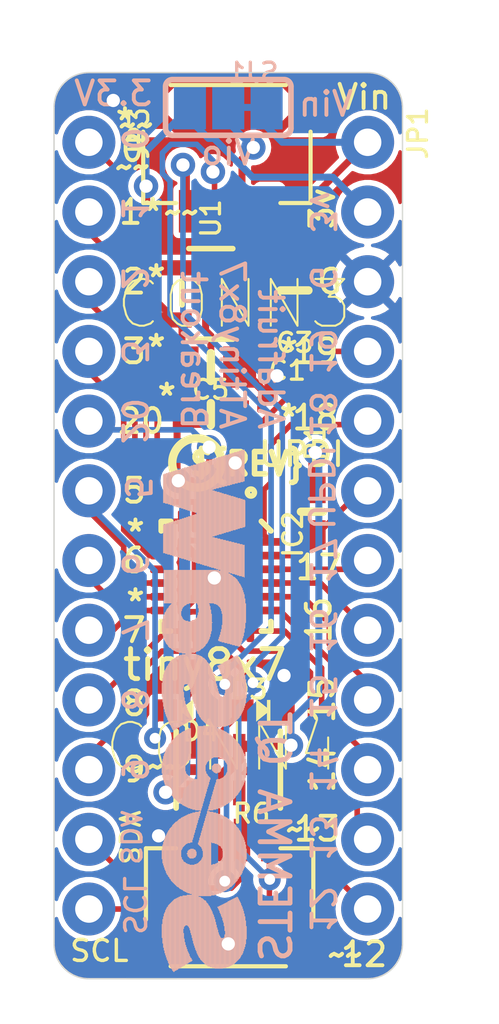
<source format=kicad_pcb>
(kicad_pcb (version 20221018) (generator pcbnew)
  (layers (0 "F.Cu" signal) (31 "B.Cu" signal) (34 "B.Paste" user) (35 "F.Paste" user) (36 "B.SilkS" user "B.Silkscreen") (37 "F.SilkS" user "F.Silkscreen") (38 "B.Mask" user) (39 "F.Mask" user) (44 "Edge.Cuts" user))
  (net 0 "")
  (net 1 "GND")
  (net 2 "3.3V")
  (net 3 "SDA")
  (net 4 "SCL")
  (net 5 "17")
  (net 6 "15")
  (net 7 "12")
  (net 8 "13")
  (net 9 "VCC")
  (net 10 "N$1")
  (net 11 "16")
  (net 12 "5")
  (net 13 "UPDI")
  (net 14 "N$4")
  (net 15 "14")
  (net 16 "6")
  (net 17 "7")
  (net 18 "RXD")
  (net 19 "TXD")
  (net 20 "18")
  (net 21 "19")
  (net 22 "20")
  (net 23 "0")
  (net 24 "1")
  (net 25 "2")
  (net 26 "3")
  (net 27 "VIN")
  (net 28 "N$2")
  (footprint "working:0603-NO" (layer "F.Cu") (at 147.8661 100.9396)
    (fp_text reference "C5" (at -0.762004 -0.888996) (layer "F.SilkS") (effects (font (size 0.692831 0.692831) (thickness 0.119969)) (justify left)))
    (fp_text value "0.1uF")
    (pad "1" smd rect (at -0.85 0) (size 1.075 1) (layers "F.Cu" "F.Paste" "F.Mask") (net 9 "VCC"))
    (pad "2" smd rect (at 0.85 0) (size 1.075 1) (layers "F.Cu" "F.Paste" "F.Mask") (net 1 "GND"))
  )
  (footprint "working:SOT23-5" (layer "F.Cu") (at 147.8661 96.5581 90)
    (fp_text reference "U1" (at 1.978 0 90) (layer "F.SilkS") (effects (font (size 0.692831 0.692831) (thickness 0.119969)) (justify left)))
    (fp_text value "ap2112")
    (pad "1" smd rect (at -0.95 1.3001 90) (size 0.55 1.2) (layers "F.Cu" "F.Paste" "F.Mask") (net 27 "VIN"))
    (pad "2" smd rect (at 0 1.3001 90) (size 0.55 1.2) (layers "F.Cu" "F.Paste" "F.Mask") (net 1 "GND"))
    (pad "3" smd rect (at 0.95 1.3001 90) (size 0.55 1.2) (layers "F.Cu" "F.Paste" "F.Mask") (net 27 "VIN"))
    (pad "4" smd rect (at 0.95 -1.3001 90) (size 0.55 1.2) (layers "F.Cu" "F.Paste" "F.Mask"))
    (pad "5" smd rect (at -0.95 -1.3001 90) (size 0.55 1.2) (layers "F.Cu" "F.Paste" "F.Mask") (net 2 "3.3V"))
  )
  (footprint "working:1X12_ROUND_76MIL" (layer "F.Cu") (at 143.4211 105.0036 -90)
    (fp_text reference "JP3" (at -15.3162 -1.8288 90) (layer "F.SilkS") (effects (font (size 0.692831 0.692831) (thickness 0.119969)) (justify right)))
    (fp_text value "")
    (pad "1" thru_hole circle (at -13.97 0) (size 1.9304 1.9304) (drill 1) (layers "*.Cu" "*.Mask") (net 23 "0"))
    (pad "2" thru_hole circle (at -11.43 0) (size 1.9304 1.9304) (drill 1) (layers "*.Cu" "*.Mask") (net 24 "1"))
    (pad "3" thru_hole circle (at -8.89 0) (size 1.9304 1.9304) (drill 1) (layers "*.Cu" "*.Mask") (net 25 "2"))
    (pad "4" thru_hole circle (at -6.35 0) (size 1.9304 1.9304) (drill 1) (layers "*.Cu" "*.Mask") (net 26 "3"))
    (pad "5" thru_hole circle (at -3.81 0) (size 1.9304 1.9304) (drill 1) (layers "*.Cu" "*.Mask") (net 22 "20"))
    (pad "6" thru_hole circle (at -1.27 0) (size 1.9304 1.9304) (drill 1) (layers "*.Cu" "*.Mask") (net 12 "5"))
    (pad "7" thru_hole circle (at 1.27 0) (size 1.9304 1.9304) (drill 1) (layers "*.Cu" "*.Mask") (net 16 "6"))
    (pad "8" thru_hole circle (at 3.81 0) (size 1.9304 1.9304) (drill 1) (layers "*.Cu" "*.Mask") (net 17 "7"))
    (pad "9" thru_hole circle (at 6.35 0) (size 1.9304 1.9304) (drill 1) (layers "*.Cu" "*.Mask") (net 18 "RXD"))
    (pad "10" thru_hole circle (at 8.89 0) (size 1.9304 1.9304) (drill 1) (layers "*.Cu" "*.Mask") (net 19 "TXD"))
    (pad "11" thru_hole circle (at 11.43 0) (size 1.9304 1.9304) (drill 1) (layers "*.Cu" "*.Mask") (net 3 "SDA"))
    (pad "12" thru_hole circle (at 13.97 0) (size 1.9304 1.9304) (drill 1) (layers "*.Cu" "*.Mask") (net 4 "SCL"))
  )
  (footprint "working:0805_10MGAP" (layer "F.Cu") (at 147.8661 99.2251)
    (fp_text reference "C1" (at 2.032 0.127) (layer "F.SilkS") (effects (font (size 0.692831 0.692831) (thickness 0.119969)) (justify left)))
    (fp_text value "10uF")
    (pad "1" smd rect (at -1.05 0) (size 1.2 1.5) (layers "F.Cu" "F.Paste" "F.Mask") (net 2 "3.3V"))
    (pad "2" smd rect (at 1.05 0) (size 1.2 1.5) (layers "F.Cu" "F.Paste" "F.Mask") (net 1 "GND"))
  )
  (footprint "working:RESPACK_4X0603" (layer "F.Cu") (at 148.5011 113.8936 180)
    (fp_text reference "R6" (at -1.6 -1.6) (layer "F.SilkS") (effects (font (size 0.692831 0.692831) (thickness 0.119969)) (justify right)))
    (fp_text value "10K")
    (pad "1" smd rect (at -1.3 0.85 180) (size 0.45 0.9) (layers "F.Cu" "F.Paste" "F.Mask") (net 9 "VCC"))
    (pad "2" smd rect (at -0.4 0.85 180) (size 0.45 0.9) (layers "F.Cu" "F.Paste" "F.Mask") (net 9 "VCC"))
    (pad "3" smd rect (at 0.4 0.85 180) (size 0.45 0.9) (layers "F.Cu" "F.Paste" "F.Mask") (net 10 "N$1"))
    (pad "4" smd rect (at 1.3 0.85 180) (size 0.45 0.9) (layers "F.Cu" "F.Paste" "F.Mask") (net 14 "N$4"))
    (pad "5" smd rect (at 1.3 -0.85 180) (size 0.45 0.9) (layers "F.Cu" "F.Paste" "F.Mask") (net 9 "VCC"))
    (pad "6" smd rect (at 0.4 -0.85 180) (size 0.45 0.9) (layers "F.Cu" "F.Paste" "F.Mask") (net 9 "VCC"))
    (pad "7" smd rect (at -0.4 -0.85 180) (size 0.45 0.9) (layers "F.Cu" "F.Paste" "F.Mask") (net 3 "SDA"))
    (pad "8" smd rect (at -1.3 -0.85 180) (size 0.45 0.9) (layers "F.Cu" "F.Paste" "F.Mask") (net 4 "SCL"))
  )
  (footprint "working:1X12_ROUND_76MIL" (layer "F.Cu") (at 153.5811 105.0036 -90)
    (fp_text reference "JP1" (at -15.3162 -1.8288 90) (layer "F.SilkS") (effects (font (size 0.692831 0.692831) (thickness 0.119969)) (justify right)))
    (fp_text value "")
    (pad "1" thru_hole circle (at -13.97 0) (size 1.9304 1.9304) (drill 1) (layers "*.Cu" "*.Mask") (net 27 "VIN"))
    (pad "2" thru_hole circle (at -11.43 0) (size 1.9304 1.9304) (drill 1) (layers "*.Cu" "*.Mask") (net 2 "3.3V"))
    (pad "3" thru_hole circle (at -8.89 0) (size 1.9304 1.9304) (drill 1) (layers "*.Cu" "*.Mask") (net 1 "GND"))
    (pad "4" thru_hole circle (at -6.35 0) (size 1.9304 1.9304) (drill 1) (layers "*.Cu" "*.Mask") (net 21 "19"))
    (pad "5" thru_hole circle (at -3.81 0) (size 1.9304 1.9304) (drill 1) (layers "*.Cu" "*.Mask") (net 20 "18"))
    (pad "6" thru_hole circle (at -1.27 0) (size 1.9304 1.9304) (drill 1) (layers "*.Cu" "*.Mask") (net 13 "UPDI"))
    (pad "7" thru_hole circle (at 1.27 0) (size 1.9304 1.9304) (drill 1) (layers "*.Cu" "*.Mask") (net 5 "17"))
    (pad "8" thru_hole circle (at 3.81 0) (size 1.9304 1.9304) (drill 1) (layers "*.Cu" "*.Mask") (net 11 "16"))
    (pad "9" thru_hole circle (at 6.35 0) (size 1.9304 1.9304) (drill 1) (layers "*.Cu" "*.Mask") (net 6 "15"))
    (pad "10" thru_hole circle (at 8.89 0) (size 1.9304 1.9304) (drill 1) (layers "*.Cu" "*.Mask") (net 15 "14"))
    (pad "11" thru_hole circle (at 11.43 0) (size 1.9304 1.9304) (drill 1) (layers "*.Cu" "*.Mask") (net 8 "13"))
    (pad "12" thru_hole circle (at 13.97 0) (size 1.9304 1.9304) (drill 1) (layers "*.Cu" "*.Mask") (net 7 "12"))
  )
  (footprint "working:CHIPLED_0603_NOOUTLINE" (layer "F.Cu") (at 149.7711 111.7346 -90)
    (fp_text reference "D3" (at -0.762 1.27) (layer "F.SilkS") (effects (font (size 0.692831 0.692831) (thickness 0.119969)) (justify left)))
    (fp_text value "GREEN")
    (pad "A" smd rect (at 0 0.75 270) (size 0.8 0.8) (layers "F.Cu" "F.Paste" "F.Mask") (net 10 "N$1"))
    (pad "C" smd rect (at 0 -0.75 270) (size 0.8 0.8) (layers "F.Cu" "F.Paste" "F.Mask") (net 1 "GND"))
  )
  (footprint "working:0805-NO" (layer "F.Cu") (at 150.9141 96.4311 -90)
    (fp_text reference "C3" (at 1.905 -0.762) (layer "F.SilkS") (effects (font (size 0.692831 0.692831) (thickness 0.119969)) (justify right)))
    (fp_text value "10uF")
    (pad "1" smd rect (at -0.95 0 270) (size 1.24 1.5) (layers "F.Cu" "F.Paste" "F.Mask") (net 27 "VIN"))
    (pad "2" smd rect (at 0.95 0 270) (size 1.24 1.5) (layers "F.Cu" "F.Paste" "F.Mask") (net 1 "GND"))
  )
  (footprint "working:QFN24_4MM" (layer "F.Cu") (at 148.0566 106.8451 -90)
    (fp_text reference "IC2" (at -2.45 -2.8 90) (layer "F.SilkS") (effects (font (size 0.692831 0.692831) (thickness 0.119969)) (justify right)))
    (fp_text value "ATTINY8X7-MU")
    (pad "1" smd roundrect (at -2 -1.25 90) (size 0.8 0.28) (layers "F.Cu" "F.Paste" "F.Mask") (net 21 "19"))
    (pad "2" smd roundrect (at -2 -0.75 90) (size 0.8 0.28) (layers "F.Cu" "F.Paste" "F.Mask") (net 22 "20"))
    (pad "3" smd roundrect (at -2 -0.25 90) (size 0.8 0.28) (layers "F.Cu" "F.Paste" "F.Mask") (net 1 "GND"))
    (pad "4" smd roundrect (at -2 0.25 90) (size 0.8 0.28) (layers "F.Cu" "F.Paste" "F.Mask") (net 9 "VCC"))
    (pad "5" smd roundrect (at -2 0.75 90) (size 0.8 0.28) (layers "F.Cu" "F.Paste" "F.Mask") (net 23 "0"))
    (pad "6" smd roundrect (at -2 1.25 90) (size 0.8 0.28) (layers "F.Cu" "F.Paste" "F.Mask") (net 24 "1"))
    (pad "7" smd roundrect (at -1.25 2) (size 0.8 0.28) (layers "F.Cu" "F.Paste" "F.Mask") (net 25 "2"))
    (pad "8" smd roundrect (at -0.75 2) (size 0.8 0.28) (layers "F.Cu" "F.Paste" "F.Mask") (net 26 "3"))
    (pad "9" smd roundrect (at -0.25 2) (size 0.8 0.28) (layers "F.Cu" "F.Paste" "F.Mask"))
    (pad "10" smd roundrect (at 0.25 2) (size 0.8 0.28) (layers "F.Cu" "F.Paste" "F.Mask") (net 12 "5"))
    (pad "11" smd roundrect (at 0.75 2) (size 0.8 0.28) (layers "F.Cu" "F.Paste" "F.Mask") (net 16 "6"))
    (pad "12" smd roundrect (at 1.25 2) (size 0.8 0.28) (layers "F.Cu" "F.Paste" "F.Mask") (net 17 "7"))
    (pad "13" smd roundrect (at 2 1.25 270) (size 0.8 0.28) (layers "F.Cu" "F.Paste" "F.Mask") (net 18 "RXD"))
    (pad "14" smd roundrect (at 2 0.75 270) (size 0.8 0.28) (layers "F.Cu" "F.Paste" "F.Mask") (net 19 "TXD"))
    (pad "15" smd roundrect (at 2 0.25 270) (size 0.8 0.28) (layers "F.Cu" "F.Paste" "F.Mask") (net 3 "SDA"))
    (pad "16" smd roundrect (at 2 -0.25 270) (size 0.8 0.28) (layers "F.Cu" "F.Paste" "F.Mask") (net 4 "SCL"))
    (pad "17" smd roundrect (at 2 -0.75 270) (size 0.8 0.28) (layers "F.Cu" "F.Paste" "F.Mask") (net 7 "12"))
    (pad "18" smd roundrect (at 2 -1.25 270) (size 0.8 0.28) (layers "F.Cu" "F.Paste" "F.Mask") (net 8 "13"))
    (pad "19" smd roundrect (at 1.25 -2 180) (size 0.8 0.28) (layers "F.Cu" "F.Paste" "F.Mask") (net 15 "14"))
    (pad "20" smd roundrect (at 0.75 -2 180) (size 0.8 0.28) (layers "F.Cu" "F.Paste" "F.Mask") (net 6 "15"))
    (pad "21" smd roundrect (at 0.25 -2 180) (size 0.8 0.28) (layers "F.Cu" "F.Paste" "F.Mask") (net 11 "16"))
    (pad "22" smd roundrect (at -0.25 -2 180) (size 0.8 0.28) (layers "F.Cu" "F.Paste" "F.Mask") (net 5 "17"))
    (pad "23" smd roundrect (at -0.75 -2 180) (size 0.8 0.28) (layers "F.Cu" "F.Paste" "F.Mask") (net 13 "UPDI"))
    (pad "24" smd roundrect (at -1.25 -2 180) (size 0.8 0.28) (layers "F.Cu" "F.Paste" "F.Mask") (net 20 "18"))
    (pad "THERM" smd rect (at 0 0 270) (size 1.778 1.778) (layers "F.Cu" "F.Mask") (net 1 "GND"))
  )
  (footprint "working:PCBFEAT-REV-040" (layer "F.Cu") (at 147.3581 102.7176)
    (fp_text reference "U$12" hide)
    (fp_text value "" hide)
    (fp_text user "${REV}" (at -0.3556 0.508) (layer "F.SilkS") (effects (font (size 0.8128 0.8128) (thickness 0.2032)) (justify left bottom)))
  )
  (footprint "working:0603-NO" (layer "F.Cu") (at 151.5491 104.4956 90)
    (fp_text reference "R1" (at 1.778 0.127 90) (layer "F.SilkS") (effects (font (size 0.692831 0.692831) (thickness 0.119969)) (justify left)))
    (fp_text value "10k")
    (pad "1" smd rect (at -0.85 0 90) (size 1.075 1) (layers "F.Cu" "F.Paste" "F.Mask") (net 13 "UPDI"))
    (pad "2" smd rect (at 0.85 0 90) (size 1.075 1) (layers "F.Cu" "F.Paste" "F.Mask") (net 9 "VCC"))
  )
  (footprint "working:JST_SH4" (layer "F.Cu") (at 148.5011 91.0336 180)
    (fp_text reference "CONN3" (at -4.6 -5.9) (layer "F.SilkS") (effects (font (size 1.703222 1.703222) (thickness 0.074778)) (justify right)))
    (fp_text value "STEMMA_I2C_QT" hide)
    (pad "1" smd rect (at -1.5 -2.514 270) (size 1.55 0.6) (layers "F.Cu" "F.Paste" "F.Mask") (net 1 "GND"))
    (pad "2" smd rect (at -0.5 -2.514 270) (size 1.55 0.6) (layers "F.Cu" "F.Paste" "F.Mask") (net 9 "VCC"))
    (pad "3" smd rect (at 0.5 -2.514 270) (size 1.55 0.6) (layers "F.Cu" "F.Paste" "F.Mask") (net 3 "SDA"))
    (pad "4" smd rect (at 1.5 -2.514 270) (size 1.55 0.6) (layers "F.Cu" "F.Paste" "F.Mask") (net 4 "SCL"))
    (pad "MT1" smd rect (at -2.8 1.386 270) (size 1.8 1.2) (layers "F.Cu" "F.Paste" "F.Mask") (net 1 "GND"))
    (pad "MT2" smd rect (at 2.8 1.386 270) (size 1.8 1.2) (layers "F.Cu" "F.Paste" "F.Mask") (net 1 "GND"))
  )
  (footprint "working:JST_SH4" (layer "F.Cu") (at 148.5011 118.9736)
    (fp_text reference "CONN4" (at -4.6 -5.9) (layer "F.SilkS") (effects (font (size 1.703222 1.703222) (thickness 0.074778)) (justify left)))
    (fp_text value "STEMMA_I2C_QT" hide)
    (pad "1" smd rect (at -1.5 -2.514 90) (size 1.55 0.6) (layers "F.Cu" "F.Paste" "F.Mask") (net 1 "GND"))
    (pad "2" smd rect (at -0.5 -2.514 90) (size 1.55 0.6) (layers "F.Cu" "F.Paste" "F.Mask") (net 9 "VCC"))
    (pad "3" smd rect (at 0.5 -2.514 90) (size 1.55 0.6) (layers "F.Cu" "F.Paste" "F.Mask") (net 3 "SDA"))
    (pad "4" smd rect (at 1.5 -2.514 90) (size 1.55 0.6) (layers "F.Cu" "F.Paste" "F.Mask") (net 4 "SCL"))
    (pad "MT1" smd rect (at -2.8 1.386 90) (size 1.8 1.2) (layers "F.Cu" "F.Paste" "F.Mask") (net 1 "GND"))
    (pad "MT2" smd rect (at 2.8 1.386 90) (size 1.8 1.2) (layers "F.Cu" "F.Paste" "F.Mask") (net 1 "GND"))
  )
  (footprint "working:CHIPLED_0603_NOOUTLINE" (layer "F.Cu") (at 146.9771 111.7346 90)
    (fp_text reference "D4" (at -0.762 1.27) (layer "F.SilkS") (effects (font (size 0.692831 0.692831) (thickness 0.119969)) (justify right)))
    (fp_text value "red")
    (pad "A" smd rect (at 0 0.75 90) (size 0.8 0.8) (layers "F.Cu" "F.Paste" "F.Mask") (net 14 "N$4"))
    (pad "C" smd rect (at 0 -0.75 90) (size 0.8 0.8) (layers "F.Cu" "F.Paste" "F.Mask") (net 12 "5"))
  )
  (footprint "working:SEESAW_LOGO" (layer "B.Cu") (at 146.0881 121.2596 90)
    (fp_text reference "U$7" hide)
    (fp_text value "" hide)
  )
  (footprint "working:SOLDERJUMPER_2WAY_OPEN_NOPASTE" (layer "B.Cu") (at 148.5011 89.7636 180)
    (fp_text reference "SJ1" (at -1.905 1.27) (layer "B.SilkS") (effects (font (size 0.692831 0.692831) (thickness 0.119969)) (justify left mirror)))
    (fp_text value "")
    (pad "1" smd rect (at -1.397 0 180) (size 1.1684 1.6002) (layers "B.Cu") (net 27 "VIN"))
    (pad "2" smd rect (at 0 0 180) (size 1.1684 1.6002) (layers "B.Cu") (net 9 "VCC"))
    (pad "3" smd rect (at 1.397 0 180) (size 1.1684 1.6002) (layers "B.Cu") (net 2 "3.3V"))
  )
  (gr_line (start 142.1511 89.7636) (end 142.1511 120.2436) (stroke (width 0.05)) (layer "Edge.Cuts"))
  (gr_arc (start 153.5811 88.4936) (mid 154.479126 88.865574) (end 154.8511 89.7636) (stroke (width 0.05)) (layer "Edge.Cuts"))
  (gr_arc (start 154.8511 120.2436) (mid 154.479126 121.141626) (end 153.5811 121.5136) (stroke (width 0.05)) (layer "Edge.Cuts"))
  (gr_line (start 154.8511 120.2436) (end 154.8511 89.7636) (stroke (width 0.05)) (layer "Edge.Cuts"))
  (gr_line (start 153.5811 88.4936) (end 143.4211 88.4936) (stroke (width 0.05)) (layer "Edge.Cuts"))
  (gr_line (start 143.4211 121.5136) (end 153.5811 121.5136) (stroke (width 0.05)) (layer "Edge.Cuts"))
  (gr_arc (start 142.1511 89.7636) (mid 142.523074 88.865574) (end 143.4211 88.4936) (stroke (width 0.05)) (layer "Edge.Cuts"))
  (gr_arc (start 143.4211 121.5136) (mid 142.523074 121.141626) (end 142.1511 120.2436) (stroke (width 0.05)) (layer "Edge.Cuts"))
  (gr_text "15" (at 151.9301 111.2266 -90) (layer "B.SilkS") (effects (font (size 0.87376 0.87376) (thickness 0.14224)) (justify mirror)))
  (gr_text "STEMMA QT" (at 149.5171 121.0056 -90) (layer "B.SilkS") (effects (font (size 1.0922 1.0922) (thickness 0.1778)) (justify left bottom mirror)))
  (gr_text "8" (at 145.0721 111.3536 -90) (layer "B.SilkS") (effects (font (size 0.87376 0.87376) (thickness 0.14224)) (justify mirror)))
  (gr_text "3v" (at 151.9301 93.5736 -90) (layer "B.SilkS") (effects (font (size 0.87376 0.87376) (thickness 0.14224)) (justify mirror)))
  (gr_text "Vin" (at 152.0571 89.6366) (layer "B.SilkS") (effects (font (size 0.87376 0.87376) (thickness 0.14224)) (justify mirror)))
  (gr_text "Adafruit\nATtiny8x7\nBreakout" (at 146.7231 101.5746 -90) (layer "B.SilkS") (effects (font (size 0.87376 0.87376) (thickness 0.14224)) (justify left bottom mirror)))
  (gr_text "18" (at 151.9301 100.9396 -90) (layer "B.SilkS") (effects (font (size 0.87376 0.87376) (thickness 0.14224)) (justify mirror)))
  (gr_text "1" (at 145.0721 93.4466 -90) (layer "B.SilkS") (effects (font (size 0.87376 0.87376) (thickness 0.14224)) (justify mirror)))
  (gr_text "13" (at 151.9301 116.3701 -90) (layer "B.SilkS") (effects (font (size 0.87376 0.87376) (thickness 0.14224)) (justify mirror)))
  (gr_text "20" (at 145.0721 101.1936 -90) (layer "B.SilkS") (effects (font (size 0.87376 0.87376) (thickness 0.14224)) (justify mirror)))
  (gr_text "7" (at 145.0721 108.8136 -90) (layer "B.SilkS") (effects (font (size 0.87376 0.87376) (thickness 0.14224)) (justify mirror)))
  (gr_text "16" (at 151.9301 108.8136 -90) (layer "B.SilkS") (effects (font (size 0.87376 0.87376) (thickness 0.14224)) (justify mirror)))
  (gr_text "12" (at 151.9301 118.9736 -90) (layer "B.SilkS") (effects (font (size 0.87376 0.87376) (thickness 0.14224)) (justify mirror)))
  (gr_text "SCL" (at 145.0721 118.8466 -90) (layer "B.SilkS") (effects (font (size 0.76454 0.76454) (thickness 0.12446)) (justify mirror)))
  (gr_text "17" (at 151.9301 106.2736 -90) (layer "B.SilkS") (effects (font (size 0.87376 0.87376) (thickness 0.14224)) (justify mirror)))
  (gr_text "19" (at 151.9301 98.6536 -90) (layer "B.SilkS") (effects (font (size 0.87376 0.87376) (thickness 0.14224)) (justify mirror)))
  (gr_text "G" (at 151.9301 95.9866 -90) (layer "B.SilkS") (effects (font (size 0.87376 0.87376) (thickness 0.14224)) (justify mirror)))
  (gr_text "5" (at 145.1991 103.6066 -90) (layer "B.SilkS") (effects (font (size 0.87376 0.87376) (thickness 0.14224)) (justify mirror)))
  (gr_text "Vio" (at 148.5011 91.4146) (layer "B.SilkS") (effects (font (size 0.87376 0.87376) (thickness 0.14224)) (justify mirror)))
  (gr_text "2" (at 145.0721 95.9866 -90) (layer "B.SilkS") (effects (font (size 0.87376 0.87376) (thickness 0.14224)) (justify mirror)))
  (gr_text "UPDI" (at 151.8666 103.6066 -90) (layer "B.SilkS") (effects (font (size 0.87376 0.87376) (thickness 0.14224)) (justify mirror)))
  (gr_text "SDA" (at 144.9451 116.3701 -90) (layer "B.SilkS") (effects (font (size 0.699008 0.699008) (thickness 0.113792)) (justify mirror)))
  (gr_text "14" (at 151.9301 113.8936 -90) (layer "B.SilkS") (effects (font (size 0.87376 0.87376) (thickness 0.14224)) (justify mirror)))
  (gr_text "6" (at 145.0721 106.4006 -90) (layer "B.SilkS") (effects (font (size 0.87376 0.87376) (thickness 0.14224)) (justify mirror)))
  (gr_text "0" (at 145.0721 90.9066 -90) (layer "B.SilkS") (effects (font (size 0.87376 0.87376) (thickness 0.14224)) (justify mirror)))
  (gr_text "9" (at 145.0721 113.8936 -90) (layer "B.SilkS") (effects (font (size 0.87376 0.87376) (thickness 0.14224)) (justify mirror)))
  (gr_text "3.3V" (at 144.3101 89.2556) (layer "B.SilkS") (effects (font (size 0.87376 0.87376) (thickness 0.14224)) (justify mirror)))
  (gr_text "3" (at 145.0721 98.6536 -90) (layer "B.SilkS") (effects (font (size 0.87376 0.87376) (thickness 0.14224)) (justify mirror)))
  (gr_text "5" (at 145.0721 103.7336) (layer "F.SilkS") (effects (font (size 0.87376 0.87376) (thickness 0.14224))))
  (gr_text "*" (at 144.6911 108.3056) (layer "F.SilkS") (effects (font (size 0.87376 0.87376) (thickness 0.14224)) (justify left bottom)))
  (gr_text "18" (at 151.6761 101.0666) (layer "F.SilkS") (effects (font (size 0.87376 0.87376) (thickness 0.14224))))
  (gr_text "9" (at 145.0721 113.8936) (layer "F.SilkS") (effects (font (size 0.87376 0.87376) (thickness 0.14224))))
  (gr_text "*" (at 150.2791 101.5746) (layer "F.SilkS") (effects (font (size 0.87376 0.87376) (thickness 0.14224)) (justify left bottom)))
  (gr_text "19" (at 151.6761 98.6536) (layer "F.SilkS") (effects (font (size 0.87376 0.87376) (thickness 0.14224))))
  (gr_text "*" (at 145.4531 96.4946) (layer "F.SilkS") (effects (font (size 0.87376 0.87376) (thickness 0.14224)) (justify left bottom)))
  (gr_text "UPDI" (at 151.1681 102.4001) (layer "F.SilkS") (effects (font (size 0.87376 0.87376) (thickness 0.14224))))
  (gr_text "17" (at 151.8031 106.5276) (layer "F.SilkS") (effects (font (size 0.87376 0.87376) (thickness 0.14224))))
  (gr_text "SDA" (at 144.9451 116.3701 90) (layer "F.SilkS") (effects (font (size 0.699008 0.699008) (thickness 0.113792))))
  (gr_text "~~" (at 144.3101 92.4306) (layer "F.SilkS") (effects (font (size 0.87376 0.87376) (thickness 0.14224)) (justify left bottom)))
  (gr_text "2" (at 145.0721 96.1136) (layer "F.SilkS") (effects (font (size 0.87376 0.87376) (thickness 0.14224))))
  (gr_text "7" (at 145.0721 108.8136) (layer "F.SilkS") (effects (font (size 0.87376 0.87376) (thickness 0.14224))))
  (gr_text "15" (at 151.9301 111.3536 90) (layer "F.SilkS") (effects (font (size 0.87376 0.87376) (thickness 0.14224))))
  (gr_text "20" (at 145.3261 101.1936) (layer "F.SilkS") (effects (font (size 0.87376 0.87376) (thickness 0.14224))))
  (gr_text "12" (at 153.4541 120.6246) (layer "F.SilkS") (effects (font (size 0.87376 0.87376) (thickness 0.14224))))
  (gr_text "G" (at 152.1841 96.1136) (layer "F.SilkS") (effects (font (size 0.87376 0.87376) (thickness 0.14224))))
  (gr_text "1" (at 144.9451 93.5736) (layer "F.SilkS") (effects (font (size 0.87376 0.87376) (thickness 0.14224))))
  (gr_text "8" (at 145.0721 111.4806) (layer "F.SilkS") (effects (font (size 0.87376 0.87376) (thickness 0.14224))))
  (gr_text "14" (at 151.9301 113.8936 90) (layer "F.SilkS") (effects (font (size 0.87376 0.87376) (thickness 0.14224))))
  (gr_text "*" (at 150.2791 99.1616) (layer "F.SilkS") (effects (font (size 0.87376 0.87376) (thickness 0.14224)) (justify left bottom)))
  (gr_text "*" (at 145.8341 100.8126) (layer "F.SilkS") (effects (font (size 0.87376 0.87376) (thickness 0.14224)) (justify left bottom)))
  (gr_text "*" (at 144.6911 105.7656) (layer "F.SilkS") (effects (font (size 0.87376 0.87376) (thickness 0.14224)) (justify left bottom)))
  (gr_text "~~" (at 152.0571 121.1326) (layer "F.SilkS") (effects (font (size 0.87376 0.87376) (thickness 0.14224)) (justify left bottom)))
  (gr_text "3" (at 145.0721 98.6536) (layer "F.SilkS") (effects (font (size 0.87376 0.87376) (thickness 0.14224))))
  (gr_text "Vin" (at 153.4541 89.3826) (layer "F.SilkS") (effects (font (size 0.87376 0.87376) (thickness 0.14224))))
  (gr_text "~~" (at 145.4531 114.2746) (layer "F.SilkS") (effects (font (size 0.87376 0.87376) (thickness 0.14224)) (justify left bottom)))
  (gr_text "13" (at 151.7396 116.0526) (layer "F.SilkS") (effects (font (size 0.87376 0.87376) (thickness 0.14224))))
  (gr_text "~~" (at 150.5331 116.5606) (layer "F.SilkS") (effects (font (size 0.87376 0.87376) (thickness 0.14224)) (justify left bottom)))
  (gr_text "0" (at 145.0086 91.2876) (layer "F.SilkS") (effects (font (size 0.87376 0.87376) (thickness 0.14224))))
  (gr_text "*" (at 144.3101 90.7796) (layer "F.SilkS") (effects (font (size 0.87376 0.87376) (thickness 0.14224)) (justify left bottom)))
  (gr_text "tiny8x7" (at 144.5641 110.7186) (layer "F.SilkS") (effects (font (size 1.0922 1.0922) (thickness 0.1778)) (justify left bottom)))
  (gr_text "~~" (at 146.0881 94.0816) (layer "F.SilkS") (effects (font (size 0.87376 0.87376) (thickness 0.14224)) (justify left bottom)))
  (gr_text "~~" (at 144.4371 90.9066) (layer "F.SilkS") (effects (font (size 0.87376 0.87376) (thickness 0.14224)) (justify left bottom)))
  (gr_text "3v" (at 151.9301 93.4466 90) (layer "F.SilkS") (effects (font (size 0.87376 0.87376) (thickness 0.14224))))
  (gr_text "SCL" (at 143.8021 120.4976) (layer "F.SilkS") (effects (font (size 0.76454 0.76454) (thickness 0.12446))))
  (gr_text "*" (at 145.4531 99.0346) (layer "F.SilkS") (effects (font (size 0.87376 0.87376) (thickness 0.14224)) (justify left bottom)))
  (gr_text "16" (at 151.8031 108.4326 90) (layer "F.SilkS") (effects (font (size 0.87376 0.87376) (thickness 0.14224))))
  (gr_text "*" (at 145.3261 94.0816) (layer "F.SilkS") (effects (font (size 0.87376 0.87376) (thickness 0.14224)) (justify left bottom)))
  (gr_text "6" (at 145.0721 106.2736) (layer "F.SilkS") (effects (font (size 0.87376 0.87376) (thickness 0.14224))))
  (segment (start 149.1662 96.5581) (end 150.0911 96.5581) (width 0.254) (layer "F.Cu") (net 1))
  (segment (start 150.0911 96.5581) (end 150.9141 97.3811) (width 0.254) (layer "F.Cu") (net 1))
  (segment (start 148.3066 106.5951) (end 148.0566 106.8451) (width 0.254) (layer "F.Cu") (net 1))
  (segment (start 148.3066 104.8451) (end 148.3066 106.5951) (width 0.254) (layer "F.Cu") (net 1))
  (via (at 145.9611 116.3066) (size 0.889) (drill 0.4826) (layers "F.Cu" "B.Cu") (net 1))
  (via (at 148.5011 120.2436) (size 0.889) (drill 0.4826) (layers "F.Cu" "B.Cu") (net 1))
  (via (at 148.7551 102.7176) (size 0.889) (drill 0.4826) (layers "F.Cu" "B.Cu") (net 1))
  (via (at 150.2791 99.5426) (size 0.889) (drill 0.4826) (layers "F.Cu" "B.Cu") (net 1))
  (via (at 150.5331 110.4646) (size 0.889) (drill 0.4826) (layers "F.Cu" "B.Cu") (net 1))
  (via (at 144.3101 89.5096) (size 0.889) (drill 0.4826) (layers "F.Cu" "B.Cu") (net 1))
  (via (at 147.9931 106.9086) (size 0.889) (drill 0.4826) (layers "F.Cu" "B.Cu") (net 1))
  (segment (start 146.566 97.5081) (end 145.5293 96.4714) (width 0.254) (layer "F.Cu") (net 2))
  (segment (start 145.5293 96.4714) (end 145.5293 92.65765) (width 0.254) (layer "F.Cu") (net 2))
  (segment (start 146.8161 97.7582) (end 146.566 97.5081) (width 0.254) (layer "F.Cu") (net 2))
  (segment (start 146.8161 99.2251) (end 146.8161 97.7582) (width 0.254) (layer "F.Cu") (net 2))
  (segment (start 145.5293 92.65765) (end 145.504675 92.633025) (width 0.254) (layer "F.Cu") (net 2))
  (via (at 145.504675 92.633025) (size 0.889) (drill 0.4826) (layers "F.Cu" "B.Cu") (net 2))
  (segment (start 149.3901 92.3036) (end 152.3111 92.3036) (width 0.254) (layer "B.Cu") (net 2))
  (segment (start 147.9804 90.8939) (end 149.3901 92.3036) (width 0.254) (layer "B.Cu") (net 2))
  (segment (start 145.504675 91.363025) (end 147.1041 89.7636) (width 0.254) (layer "B.Cu") (net 2))
  (segment (start 147.1041 89.7636) (end 147.1041 90.217875) (width 0.254) (layer "B.Cu") (net 2))
  (segment (start 152.3111 92.3036) (end 153.5811 93.5736) (width 0.254) (layer "B.Cu") (net 2))
  (segment (start 147.780125 90.8939) (end 147.9804 90.8939) (width 0.254) (layer "B.Cu") (net 2))
  (segment (start 145.504675 92.633025) (end 145.504675 91.363025) (width 0.254) (layer "B.Cu") (net 2))
  (segment (start 147.1041 90.217875) (end 147.780125 90.8939) (width 0.254) (layer "B.Cu") (net 2))
  (segment (start 148.3741 110.7821) (end 148.2196 110.7821) (width 0.2032) (layer "F.Cu") (net 3))
  (segment (start 149.0011 117.8226) (end 148.6121 118.2116) (width 0.2032) (layer "F.Cu") (net 3))
  (segment (start 149.0011 116.4596) (end 149.0011 114.8436) (width 0.2032) (layer "F.Cu") (net 3))
  (segment (start 149.0011 116.4596) (end 149.0011 117.8226) (width 0.2032) (layer "F.Cu") (net 3))
  (segment (start 149.0011 114.8436) (end 148.9011 114.7436) (width 0.2032) (layer "F.Cu") (net 3))
  (segment (start 148.3741 117.9576) (end 148.3741 118.2116) (width 0.2032) (layer "F.Cu") (net 3))
  (segment (start 147.8066 108.8451) (end 147.8066 110.3691) (width 0.2032) (layer "F.Cu") (net 3))
  (segment (start 143.4211 116.4336) (end 145.1991 118.2116) (width 0.2032) (layer "F.Cu") (net 3))
  (segment (start 148.6121 118.2116) (end 148.3741 118.2116) (width 0.2032) (layer "F.Cu") (net 3))
  (segment (start 145.1991 118.2116) (end 148.3741 118.2116) (width 0.2032) (layer "F.Cu") (net 3))
  (segment (start 148.2196 110.7821) (end 147.8066 110.3691) (width 0.2032) (layer "F.Cu") (net 3))
  (segment (start 148.0011 92.1719) (end 147.9423 92.1131) (width 0.2032) (layer "F.Cu") (net 3))
  (segment (start 148.0011 93.5476) (end 148.0011 92.1719) (width 0.2032) (layer "F.Cu") (net 3))
  (via (at 148.3741 117.9576) (size 0.8001) (drill 0.3937) (layers "F.Cu" "B.Cu") (net 3))
  (via (at 147.9423 92.1131) (size 0.889) (drill 0.4826) (layers "F.Cu" "B.Cu") (net 3))
  (via (at 148.3741 110.7821) (size 0.8001) (drill 0.3937) (layers "F.Cu" "B.Cu") (net 3))
  (segment (start 146.1008 92.169475) (end 146.3802 92.448875) (width 0.2032) (layer "B.Cu") (net 3))
  (segment (start 147.350975 91.1098) (end 146.412725 91.1098) (width 0.2032) (layer "B.Cu") (net 3))
  (segment (start 148.444 110.308769) (end 148.444 110.7122) (width 0.2032) (layer "B.Cu") (net 3))
  (segment (start 148.3741 117.9576) (end 148.4376 117.8941) (width 0.2032) (layer "B.Cu") (net 3))
  (segment (start 147.9423 91.701125) (end 147.350975 91.1098) (width 0.2032) (layer "B.Cu") (net 3))
  (segment (start 146.412725 91.1098) (end 146.1008 91.421725) (width 0.2032) (layer "B.Cu") (net 3))
  (segment (start 148.444 110.7122) (end 148.3741 110.7821) (width 0.2032) (layer "B.Cu") (net 3))
  (segment (start 146.3802 92.448875) (end 146.3802 97.297938) (width 0.2032) (layer "B.Cu") (net 3))
  (segment (start 146.1008 91.421725) (end 146.1008 92.169475) (width 0.2032) (layer "B.Cu") (net 3))
  (segment (start 147.9423 92.1131) (end 147.9423 91.701125) (width 0.2032) (layer "B.Cu") (net 3))
  (segment (start 150.0632 108.689569) (end 148.444 110.308769) (width 0.2032) (layer "B.Cu") (net 3))
  (segment (start 150.0632 100.980938) (end 150.0632 108.689569) (width 0.2032) (layer "B.Cu") (net 3))
  (segment (start 146.3802 97.297938) (end 150.0632 100.980938) (width 0.2032) (layer "B.Cu") (net 3))
  (segment (start 148.4376 110.8456) (end 148.3741 110.7821) (width 0.2032) (layer "B.Cu") (net 3))
  (segment (start 148.4376 110.8456) (end 148.4376 117.8941) (width 0.2032) (layer "B.Cu") (net 3))
  (segment (start 143.4211 118.9736) (end 149.6441 118.9736) (width 0.2032) (layer "F.Cu") (net 4))
  (segment (start 150.0011 116.4596) (end 150.0011 114.9436) (width 0.2032) (layer "F.Cu") (net 4))
  (segment (start 149.40285 110.727732) (end 149.40285 110.634232) (width 0.2032) (layer "F.Cu") (net 4))
  (segment (start 148.3066 109.537982) (end 148.3066 108.8451) (width 0.2032) (layer "F.Cu") (net 4))
  (segment (start 150.0011 114.9436) (end 149.8011 114.7436) (width 0.2032) (layer "F.Cu") (net 4))
  (segment (start 147.0011 93.5476) (end 147.0011 92.0101) (width 0.2032) (layer "F.Cu") (net 4))
  (segment (start 149.40285 110.634232) (end 148.3066 109.537982) (width 0.2032) (layer "F.Cu") (net 4))
  (segment (start 150.0011 117.9054) (end 150.0124 117.8941) (width 0.2032) (layer "F.Cu") (net 4))
  (segment (start 149.6441 118.9736) (end 150.0011 118.6166) (width 0.2032) (layer "F.Cu") (net 4))
  (segment (start 150.0011 117.9054) (end 150.0011 116.4596) (width 0.2032) (layer "F.Cu") (net 4))
  (segment (start 147.0011 92.0101) (end 146.8501 91.8591) (width 0.2032) (layer "F.Cu") (net 4))
  (segment (start 150.0011 118.6166) (end 150.0011 117.9054) (width 0.2032) (layer "F.Cu") (net 4))
  (via (at 149.40285 110.727732) (size 0.8001) (drill 0.3937) (layers "F.Cu" "B.Cu") (net 4))
  (via (at 146.8501 91.8591) (size 0.889) (drill 0.4826) (layers "F.Cu" "B.Cu") (net 4))
  (via (at 150.0124 117.8941) (size 0.8001) (drill 0.3937) (layers "F.Cu" "B.Cu") (net 4))
  (segment (start 150.4696 109.025982) (end 149.40285 110.092732) (width 0.2032) (layer "B.Cu") (net 4))
  (segment (start 150.0124 117.8941) (end 148.8821 116.7638) (width 0.2032) (layer "B.Cu") (net 4))
  (segment (start 150.4696 100.8126) (end 150.4696 109.025982) (width 0.2032) (layer "B.Cu") (net 4))
  (segment (start 149.40285 110.727732) (end 149.40285 111.08685) (width 0.2032) (layer "B.Cu") (net 4))
  (segment (start 146.8501 91.8591) (end 146.8501 97.1931) (width 0.2032) (layer "B.Cu") (net 4))
  (segment (start 149.40285 110.092732) (end 149.40285 110.727732) (width 0.2032) (layer "B.Cu") (net 4))
  (segment (start 146.8501 97.1931) (end 150.4696 100.8126) (width 0.2032) (layer "B.Cu") (net 4))
  (segment (start 148.8821 116.7638) (end 148.8821 111.6076) (width 0.2032) (layer "B.Cu") (net 4))
  (segment (start 149.40285 111.08685) (end 148.8821 111.6076) (width 0.2032) (layer "B.Cu") (net 4))
  (segment (start 150.0566 106.5951) (end 153.0056 106.5951) (width 0.2032) (layer "F.Cu") (net 5))
  (segment (start 153.3271 106.2736) (end 153.5811 106.2736) (width 0.2032) (layer "F.Cu") (net 5))
  (segment (start 153.0056 106.5951) (end 153.3271 106.2736) (width 0.2032) (layer "F.Cu") (net 5))
  (segment (start 153.5811 110.7186) (end 153.5811 111.3536) (width 0.2032) (layer "F.Cu") (net 6))
  (segment (start 151.2196 107.5951) (end 152.1841 108.5596) (width 0.2032) (layer "F.Cu") (net 6))
  (segment (start 150.0566 107.5951) (end 151.2196 107.5951) (width 0.2032) (layer "F.Cu") (net 6))
  (segment (start 152.1841 108.5596) (end 152.1841 109.3216) (width 0.2032) (layer "F.Cu") (net 6))
  (segment (start 152.1841 109.3216) (end 153.5811 110.7186) (width 0.2032) (layer "F.Cu") (net 6))
  (segment (start 149.04355 109.5756) (end 148.8066 109.33865) (width 0.2032) (layer "F.Cu") (net 7))
  (segment (start 151.4983 110.360013) (end 151.4983 112.452275) (width 0.2032) (layer "F.Cu") (net 7))
  (segment (start 151.9047 112.858675) (end 151.9047 114.587994) (width 0.2032) (layer "F.Cu") (net 7))
  (segment (start 148.8066 108.8451) (end 148.8066 109.33865) (width 0.2032) (layer "F.Cu") (net 7))
  (segment (start 151.9047 114.587994) (end 152.3111 114.994394) (width 0.2032) (layer "F.Cu") (net 7))
  (segment (start 149.04355 109.5756) (end 150.713887 109.5756) (width 0.2032) (layer "F.Cu") (net 7))
  (segment (start 152.3111 114.994394) (end 152.3111 117.7036) (width 0.2032) (layer "F.Cu") (net 7))
  (segment (start 150.713887 109.5756) (end 151.4983 110.360013) (width 0.2032) (layer "F.Cu") (net 7))
  (segment (start 151.4983 112.452275) (end 151.9047 112.858675) (width 0.2032) (layer "F.Cu") (net 7))
  (segment (start 152.3111 117.7036) (end 153.5811 118.9736) (width 0.2032) (layer "F.Cu") (net 7))
  (segment (start 152.3111 112.690338) (end 152.3111 114.419657) (width 0.2032) (layer "F.Cu") (net 8))
  (segment (start 152.3111 114.419657) (end 153.2001 115.308657) (width 0.2032) (layer "F.Cu") (net 8))
  (segment (start 150.558125 108.8451) (end 151.9047 110.191675) (width 0.2032) (layer "F.Cu") (net 8))
  (segment (start 151.9047 110.191675) (end 151.9047 112.283938) (width 0.2032) (layer "F.Cu") (net 8))
  (segment (start 153.2001 116.0526) (end 153.5811 116.4336) (width 0.2032) (layer "F.Cu") (net 8))
  (segment (start 149.3066 108.8451) (end 150.558125 108.8451) (width 0.2032) (layer "F.Cu") (net 8))
  (segment (start 151.9047 112.283938) (end 152.3111 112.690338) (width 0.2032) (layer "F.Cu") (net 8))
  (segment (start 153.2001 115.308657) (end 153.2001 116.0526) (width 0.2032) (layer "F.Cu") (net 8))
  (segment (start 146.681525 103.3653) (end 146.6351 103.3653) (width 0.4064) (layer "F.Cu") (net 9))
  (segment (start 148.0011 114.8436) (end 148.1011 114.7436) (width 0.4064) (layer "F.Cu") (net 9))
  (segment (start 150.7481 113.0436) (end 149.8011 113.0436) (width 0.254) (layer "F.Cu") (net 9))
  (segment (start 148.0011 114.3936) (end 148.0011 114.8436) (width 0.4064) (layer "F.Cu") (net 9))
  (segment (start 150.7871 113.0046) (end 150.7481 113.0436) (width 0.254) (layer "F.Cu") (net 9))
  (segment (start 151.5491 102.4636) (end 151.5491 103.6456) (width 0.254) (layer "F.Cu") (net 9))
  (segment (start 148.9011 113.0436) (end 148.9011 113.4936) (width 0.4064) (layer "F.Cu") (net 9))
  (segment (start 146.6351 101.3206) (end 146.6351 103.3653) (width 0.254) (layer "F.Cu") (net 9))
  (segment (start 149.0011 94.4706) (end 149.0011 93.5476) (width 0.254) (layer "F.Cu") (net 9))
  (segment (start 147.2011 114.7436) (end 147.9011 114.7436) (width 0.4064) (layer "F.Cu") (net 9))
  (segment (start 148.1201 94.7801) (end 148.6916 94.7801) (width 0.254) (layer "F.Cu") (net 9))
  (segment (start 147.6756 97.8916) (end 147.8661 98.0821) (width 0.254) (layer "F.Cu") (net 9))
  (segment (start 148.9011 113.0436) (end 149.8011 113.0436) (width 0.4064) (layer "F.Cu") (net 9))
  (segment (start 147.8066 104.0003) (end 147.1716 103.3653) (width 0.254) (layer "F.Cu") (net 9))
  (segment (start 147.1716 103.3653) (end 146.681525 103.3653) (width 0.254) (layer "F.Cu") (net 9))
  (segment (start 147.8661 98.0821) (end 147.8661 100.0896) (width 0.254) (layer "F.Cu") (net 9))
  (segment (start 148.9011 113.4936) (end 148.0011 114.3936) (width 0.4064) (layer "F.Cu") (net 9))
  (segment (start 147.9011 114.7436) (end 148.0011 114.8436) (width 0.4064) (layer "F.Cu") (net 9))
  (segment (start 147.6756 95.2246) (end 147.6756 97.8916) (width 0.254) (layer "F.Cu") (net 9))
  (segment (start 146.2396 114.7436) (end 146.2151 114.7191) (width 0.4064) (layer "F.Cu") (net 9))
  (segment (start 148.1201 94.7801) (end 147.6756 95.2246) (width 0.254) (layer "F.Cu") (net 9))
  (segment (start 149.0011 93.5476) (end 149.0011 91.6385) (width 0.254) (layer "F.Cu") (net 9))
  (segment (start 147.8066 104.0003) (end 147.8066 104.8451) (width 0.254) (layer "F.Cu") (net 9))
  (segment (start 147.0161 100.9396) (end 146.6351 101.3206) (width 0.254) (layer "F.Cu") (net 9))
  (segment (start 147.2011 114.7436) (end 146.2396 114.7436) (width 0.4064) (layer "F.Cu") (net 9))
  (segment (start 147.8661 100.0896) (end 147.0161 100.9396) (width 0.254) (layer "F.Cu") (net 9))
  (segment (start 151.5491 102.4636) (end 151.6761 102.3366) (width 0.254) (layer "F.Cu") (net 9))
  (segment (start 148.0011 116.4596) (end 148.0011 114.8436) (width 0.4064) (layer "F.Cu") (net 9))
  (segment (start 148.6916 94.7801) (end 149.0011 94.4706) (width 0.254) (layer "F.Cu") (net 9))
  (segment (start 149.0011 91.6385) (end 149.4155 91.2241) (width 0.254) (layer "F.Cu") (net 9))
  (via (at 150.7871 113.0046) (size 0.889) (drill 0.4826) (layers "F.Cu" "B.Cu") (net 9))
  (via (at 149.4155 91.2241) (size 0.889) (drill 0.4826) (layers "F.Cu" "B.Cu") (net 9))
  (via (at 146.2151 114.7191) (size 0.889) (drill 0.4826) (layers "F.Cu" "B.Cu") (net 9))
  (via (at 146.681525 103.3653) (size 0.889) (drill 0.4826) (layers "F.Cu" "B.Cu") (net 9))
  (via (at 151.6761 102.3366) (size 0.889) (drill 0.4826) (layers "F.Cu" "B.Cu") (net 9))
  (segment (start 151.8031 102.4636) (end 151.8031 111.0996) (width 0.254) (layer "B.Cu") (net 9))
  (segment (start 149.4155 91.2241) (end 148.5011 90.3097) (width 0.254) (layer "B.Cu") (net 9))
  (segment (start 146.681525 103.3653) (end 146.9136 103.3653) (width 0.4064) (layer "B.Cu") (net 9))
  (segment (start 146.9136 103.3653) (end 146.9136 114.0206) (width 0.4064) (layer "B.Cu") (net 9))
  (segment (start 151.8031 111.0996) (end 150.7871 112.1156) (width 0.254) (layer "B.Cu") (net 9))
  (segment (start 146.2151 114.7191) (end 146.9136 114.0206) (width 0.4064) (layer "B.Cu") (net 9))
  (segment (start 148.5011 90.3097) (end 148.5011 89.7636) (width 0.254) (layer "B.Cu") (net 9))
  (segment (start 150.7871 112.1156) (end 150.7871 113.0046) (width 0.254) (layer "B.Cu") (net 9))
  (segment (start 151.6761 102.3366) (end 151.8031 102.4636) (width 0.254) (layer "B.Cu") (net 9))
  (segment (start 148.1011 112.6546) (end 149.0211 111.7346) (width 0.2032) (layer "F.Cu") (net 10))
  (segment (start 148.1011 113.0436) (end 148.1011 112.6546) (width 0.2032) (layer "F.Cu") (net 10))
  (segment (start 151.8626 107.0951) (end 153.5811 108.8136) (width 0.2032) (layer "F.Cu") (net 11))
  (segment (start 150.0566 107.0951) (end 151.8626 107.0951) (width 0.2032) (layer "F.Cu") (net 11))
  (segment (start 145.8341 112.1276) (end 145.8341 112.7506) (width 0.2032) (layer "F.Cu") (net 12))
  (segment (start 145.0046 107.0951) (end 146.0566 107.0951) (width 0.2032) (layer "F.Cu") (net 12))
  (segment (start 143.4211 104.477544) (end 144.6911 105.747544) (width 0.2032) (layer "F.Cu") (net 12))
  (segment (start 144.6911 106.7816) (end 145.0046 107.0951) (width 0.2032) (layer "F.Cu") (net 12))
  (segment (start 146.2271 111.7346) (end 145.8341 112.1276) (width 0.2032) (layer "F.Cu") (net 12))
  (segment (start 144.6911 105.747544) (end 144.6911 106.7816) (width 0.2032) (layer "F.Cu") (net 12))
  (segment (start 143.4211 103.7336) (end 143.4211 104.477544) (width 0.2032) (layer "F.Cu") (net 12))
  (via (at 145.8341 112.7506) (size 0.8001) (drill 0.3937) (layers "F.Cu" "B.Cu") (net 12))
  (segment (start 145.8341 106.6546) (end 143.4211 104.2416) (width 0.2032) (layer "B.Cu") (net 12))
  (segment (start 143.4211 103.7336) (end 143.4211 104.2416) (width 0.2032) (layer "B.Cu") (net 12))
  (segment (start 145.8341 112.7506) (end 145.8341 106.6546) (width 0.2032) (layer "B.Cu") (net 12))
  (segment (start 151.5491 105.3456) (end 151.7151 105.3456) (width 0.2032) (layer "F.Cu") (net 13))
  (segment (start 151.1681 106.1076) (end 151.1681 106.0951) (width 0.2032) (layer "F.Cu") (net 13))
  (segment (start 153.3271 103.7336) (end 151.7151 105.3456) (width 0.2032) (layer "F.Cu") (net 13))
  (segment (start 151.5491 105.7266) (end 151.5491 105.3456) (width 0.2032) (layer "F.Cu") (net 13))
  (segment (start 153.3271 103.7336) (end 153.5811 103.7336) (width 0.2032) (layer "F.Cu") (net 13))
  (segment (start 151.5491 105.7266) (end 151.1681 106.1076) (width 0.2032) (layer "F.Cu") (net 13))
  (segment (start 150.0566 106.0951) (end 151.1681 106.0951) (width 0.2032) (layer "F.Cu") (net 13))
  (segment (start 147.2191 112.2426) (end 147.2191 113.0436) (width 0.2032) (layer "F.Cu") (net 14))
  (segment (start 147.2191 112.2426) (end 147.7271 111.7346) (width 0.2032) (layer "F.Cu") (net 14))
  (segment (start 147.2011 113.0436) (end 147.2191 113.0436) (width 0.2032) (layer "F.Cu") (net 14))
  (segment (start 152.3111 112.1156) (end 153.5811 113.3856) (width 0.2032) (layer "F.Cu") (net 15))
  (segment (start 152.3111 110.023338) (end 150.382862 108.0951) (width 0.2032) (layer "F.Cu") (net 15))
  (segment (start 153.5811 113.3856) (end 153.5811 113.8936) (width 0.2032) (layer "F.Cu") (net 15))
  (segment (start 152.3111 110.023338) (end 152.3111 112.1156) (width 0.2032) (layer "F.Cu") (net 15))
  (segment (start 150.0566 108.0951) (end 150.382862 108.0951) (width 0.2032) (layer "F.Cu") (net 15))
  (segment (start 146.0566 107.5951) (end 144.1076 107.5951) (width 0.2032) (layer "F.Cu") (net 16))
  (segment (start 143.4211 106.2736) (end 143.4211 106.9086) (width 0.2032) (layer "F.Cu") (net 16))
  (segment (start 144.1076 107.5951) (end 143.4211 106.9086) (width 0.2032) (layer "F.Cu") (net 16))
  (segment (start 146.0566 108.0951) (end 145.0286 108.0951) (width 0.2032) (layer "F.Cu") (net 17))
  (segment (start 145.0286 108.0951) (end 144.3101 108.8136) (width 0.2032) (layer "F.Cu") (net 17))
  (segment (start 144.3101 108.8136) (end 143.4211 108.8136) (width 0.2032) (layer "F.Cu") (net 17))
  (segment (start 146.8066 108.8451) (end 146.243862 108.8451) (width 0.2032) (layer "F.Cu") (net 18))
  (segment (start 146.243862 108.8451) (end 143.735362 111.3536) (width 0.2032) (layer "F.Cu") (net 18))
  (segment (start 143.4211 111.3536) (end 143.735362 111.3536) (width 0.2032) (layer "F.Cu") (net 18))
  (segment (start 143.4211 113.8936) (end 143.4211 113.3856) (width 0.2032) (layer "F.Cu") (net 19))
  (segment (start 144.8181 110.8456) (end 146.0881 109.5756) (width 0.2032) (layer "F.Cu") (net 19))
  (segment (start 144.8181 111.9886) (end 143.4211 113.3856) (width 0.2032) (layer "F.Cu") (net 19))
  (segment (start 147.3066 109.5756) (end 147.3066 108.8451) (width 0.2032) (layer "F.Cu") (net 19))
  (segment (start 144.8181 111.9886) (end 144.8181 110.8456) (width 0.2032) (layer "F.Cu") (net 19))
  (segment (start 146.0881 109.5756) (end 147.3066 109.5756) (width 0.2032) (layer "F.Cu") (net 19))
  (segment (start 150.0566 102.0511) (end 150.0566 103.4361) (width 0.2032) (layer "F.Cu") (net 20))
  (segment (start 150.0566 105.5951) (end 149.8026 105.3411) (width 0.2032) (layer "F.Cu") (net 20))
  (segment (start 149.8026 103.6901) (end 149.8026 105.3411) (width 0.2032) (layer "F.Cu") (net 20))
  (segment (start 153.5811 101.1936) (end 153.4541 101.3206) (width 0.2032) (layer "F.Cu") (net 20))
  (segment (start 153.4541 101.3206) (end 150.7871 101.3206) (width 0.2032) (layer "F.Cu") (net 20))
  (segment (start 150.0566 102.0511) (end 150.7871 101.3206) (width 0.2032) (layer "F.Cu") (net 20))
  (segment (start 150.0566 103.4361) (end 149.8026 103.6901) (width 0.2032) (layer "F.Cu") (net 20))
  (segment (start 149.6441 101.3206) (end 149.6441 102.9836) (width 0.2032) (layer "F.Cu") (net 21))
  (segment (start 149.3066 104.8451) (end 149.3066 103.3211) (width 0.2032) (layer "F.Cu") (net 21))
  (segment (start 152.3111 98.6536) (end 153.5811 98.6536) (width 0.2032) (layer "F.Cu") (net 21))
  (segment (start 149.6441 102.9836) (end 149.3066 103.3211) (width 0.2032) (layer "F.Cu") (net 21))
  (segment (start 149.6441 101.3206) (end 152.3111 98.6536) (width 0.2032) (layer "F.Cu") (net 21))
  (segment (start 148.8066 104.8451) (end 148.8066 104.3566) (width 0.2032) (layer "F.Cu") (net 22))
  (segment (start 148.8066 104.3566) (end 147.8026 103.3526) (width 0.2032) (layer "F.Cu") (net 22))
  (segment (start 147.8026 102.1461) (end 147.8026 103.3526) (width 0.2032) (layer "F.Cu") (net 22))
  (via (at 147.8026 102.1461) (size 0.889) (drill 0.4826) (layers "F.Cu" "B.Cu") (net 22))
  (segment (start 147.8026 102.1461) (end 147.1676 101.5111) (width 0.2032) (layer "B.Cu") (net 22))
  (segment (start 143.7386 101.5111) (end 143.4211 101.1936) (width 0.2032) (layer "B.Cu") (net 22))
  (segment (start 147.1676 101.5111) (end 143.7386 101.5111) (width 0.2032) (layer "B.Cu") (net 22))
  (segment (start 145.9103 103.7339) (end 146.3167 104.1403) (width 0.2032) (layer "F.Cu") (net 23))
  (segment (start 143.4211 91.0336) (end 144.6911 92.3036) (width 0.2032) (layer "F.Cu") (net 23))
  (segment (start 145.0975 95.419207) (end 145.0975 97.384469) (width 0.2032) (layer "F.Cu") (net 23))
  (segment (start 145.9103 100.060063) (end 145.9103 103.7339) (width 0.2032) (layer "F.Cu") (net 23))
  (segment (start 146.3167 104.1403) (end 147.3066 104.1403) (width 0.2032) (layer "F.Cu") (net 23))
  (segment (start 145.5039 97.790869) (end 145.5039 99.653663) (width 0.2032) (layer "F.Cu") (net 23))
  (segment (start 145.5039 99.653663) (end 145.9103 100.060063) (width 0.2032) (layer "F.Cu") (net 23))
  (segment (start 145.0975 97.384469) (end 145.5039 97.790869) (width 0.2032) (layer "F.Cu") (net 23))
  (segment (start 144.6911 95.012807) (end 145.0975 95.419207) (width 0.2032) (layer "F.Cu") (net 23))
  (segment (start 147.3066 104.1403) (end 147.3066 104.8451) (width 0.2032) (layer "F.Cu") (net 23))
  (segment (start 144.6911 92.3036) (end 144.6911 95.012807) (width 0.2032) (layer "F.Cu") (net 23))
  (segment (start 146.3868 104.8451) (end 145.5039 103.9622) (width 0.2032) (layer "F.Cu") (net 24))
  (segment (start 145.0975 97.959207) (end 144.6911 97.552807) (width 0.2032) (layer "F.Cu") (net 24))
  (segment (start 145.5039 103.9622) (end 145.5039 100.2284) (width 0.2032) (layer "F.Cu") (net 24))
  (segment (start 143.4211 94.317544) (end 143.4211 93.5736) (width 0.2032) (layer "F.Cu") (net 24))
  (segment (start 144.6911 95.587544) (end 143.4211 94.317544) (width 0.2032) (layer "F.Cu") (net 24))
  (segment (start 144.6911 97.552807) (end 144.6911 95.587544) (width 0.2032) (layer "F.Cu") (net 24))
  (segment (start 145.0975 99.822) (end 145.0975 97.959207) (width 0.2032) (layer "F.Cu") (net 24))
  (segment (start 145.5039 100.2284) (end 145.0975 99.822) (width 0.2032) (layer "F.Cu") (net 24))
  (segment (start 146.8066 104.8451) (end 146.3868 104.8451) (width 0.2032) (layer "F.Cu") (net 24))
  (segment (start 145.8414 105.5951) (end 145.0975 104.8512) (width 0.2032) (layer "F.Cu") (net 25))
  (segment (start 143.4211 96.857544) (end 143.4211 96.1136) (width 0.2032) (layer "F.Cu") (net 25))
  (segment (start 144.6911 98.127544) (end 143.4211 96.857544) (width 0.2032) (layer "F.Cu") (net 25))
  (segment (start 144.6911 100.092807) (end 144.6911 98.127544) (width 0.2032) (layer "F.Cu") (net 25))
  (segment (start 145.0975 104.8512) (end 145.0975 100.499207) (width 0.2032) (layer "F.Cu") (net 25))
  (segment (start 145.0975 100.499207) (end 144.6911 100.092807) (width 0.2032) (layer "F.Cu") (net 25))
  (segment (start 146.0566 105.5951) (end 145.8414 105.5951) (width 0.2032) (layer "F.Cu") (net 25))
  (segment (start 144.6911 105.15965) (end 144.6911 100.667544) (width 0.2032) (layer "F.Cu") (net 26))
  (segment (start 143.4211 99.397544) (end 143.4211 98.6536) (width 0.2032) (layer "F.Cu") (net 26))
  (segment (start 145.62655 106.0951) (end 144.6911 105.15965) (width 0.2032) (layer "F.Cu") (net 26))
  (segment (start 144.6911 100.667544) (end 143.4211 99.397544) (width 0.2032) (layer "F.Cu") (net 26))
  (segment (start 146.0566 106.0951) (end 145.62655 106.0951) (width 0.2032) (layer "F.Cu") (net 26))
  (segment (start 148.1836 95.7961) (end 148.3716 95.6081) (width 0.3048) (layer "F.Cu") (net 27))
  (segment (start 150.7871 95.6081) (end 150.9141 95.4811) (width 0.3048) (layer "F.Cu") (net 27))
  (segment (start 150.9141 93.7006) (end 150.9141 95.4811) (width 0.254) (layer "F.Cu") (net 27))
  (segment (start 148.1836 97.5081) (end 148.1836 95.7961) (width 0.3048) (layer "F.Cu") (net 27))
  (segment (start 153.5811 91.0336) (end 150.9141 93.7006) (width 0.254) (layer "F.Cu") (net 27))
  (segment (start 149.1662 95.6081) (end 150.7871 95.6081) (width 0.3048) (layer "F.Cu") (net 27))
  (segment (start 149.1662 97.5081) (end 148.1836 97.5081) (width 0.3048) (layer "F.Cu") (net 27))
  (segment (start 148.3716 95.6081) (end 149.1662 95.6081) (width 0.3048) (layer "F.Cu") (net 27))
  (segment (start 150.4696 91.0336) (end 149.7711 90.3351) (width 0.254) (layer "B.Cu") (net 27))
  (segment (start 149.7711 90.3351) (end 149.7711 89.8906) (width 0.254) (layer "B.Cu") (net 27))
  (segment (start 153.5811 91.0336) (end 150.4696 91.0336) (width 0.254) (layer "B.Cu") (net 27))
  (segment (start 149.7711 89.8906) (end 149.8981 89.7636) (width 0.254) (layer "B.Cu") (net 27))
  (segment (start 148.8821 89.7636) (end 149.5171 89.7636) (width 0.254) (layer "B.Cu") (net 28))
  (zone (net 1) (net_name "GND") (layer "F.Cu") (priority 6) (connect_pads (clearance 0.000001)) (min_thickness 0.127) (fill yes (thermal_gap 0.304) (thermal_bridge_width 0.304))
    (polygon (pts (xy 154.9781 121.6406) (xy 142.02361 121.6406) (xy 142.151586 88.430737) (xy 154.9781 88.365957)))
  )
  (zone (net 1) (net_name "GND") (layer "B.Cu") (priority 6) (connect_pads (clearance 0.000001)) (min_thickness 0.127) (fill yes (thermal_gap 0.304) (thermal_bridge_width 0.304))
    (polygon (pts (xy 154.9781 121.6406) (xy 142.02361 121.6406) (xy 142.151586 88.430737) (xy 154.9781 88.365957)))
  )
)
</source>
